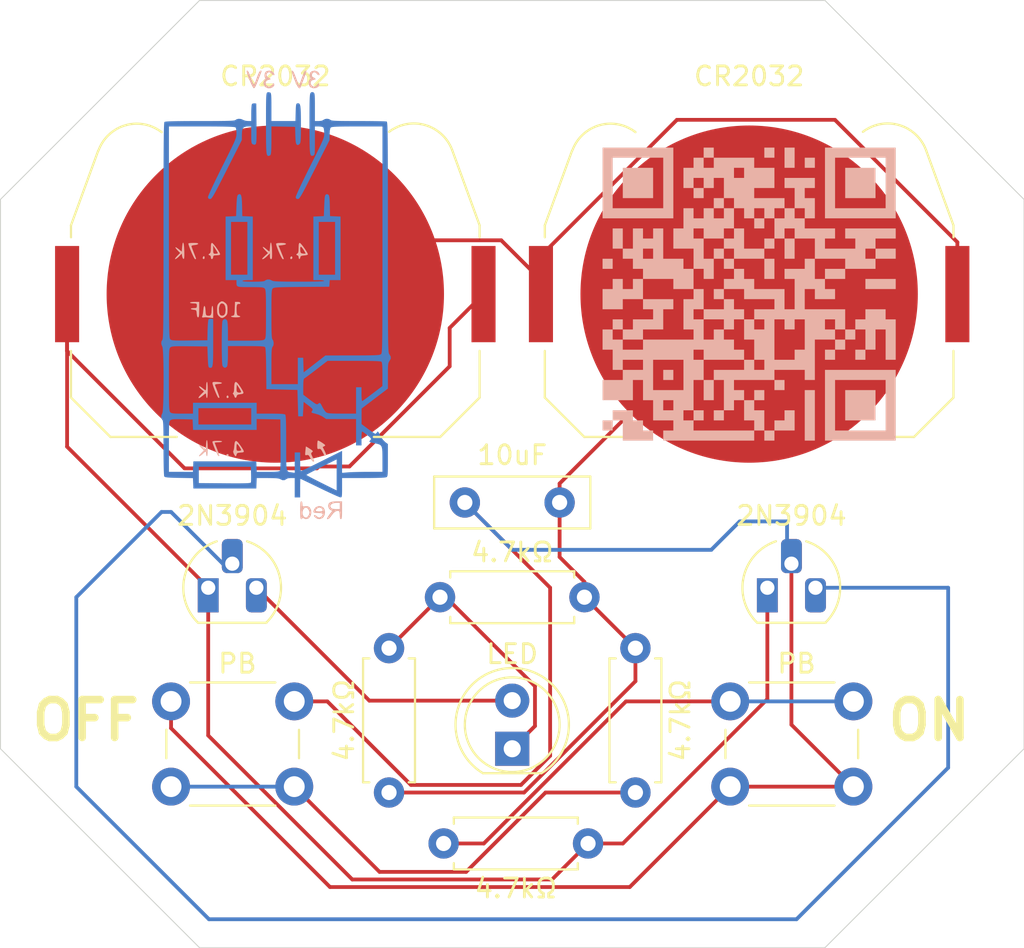
<source format=kicad_pcb>
(kicad_pcb (version 20240108) (generator "pcbnew") (generator_version "8.0")
  (layers (0 "F.Cu" signal) (31 "B.Cu" signal) (34 "B.Paste" user) (35 "F.Paste" user) (36 "B.SilkS" user "B.Silkscreen") (37 "F.SilkS" user "F.Silkscreen") (38 "B.Mask" user) (39 "F.Mask" user) (44 "Edge.Cuts" user))
  (net 0 "")
  (net 1 "Net-(BT1-+)")
  (net 2 "Net-(BT1--)")
  (net 3 "Net-(Q1-B)")
  (net 4 "Net-(D1-K)")
  (net 5 "Net-(D1-A)")
  (net 6 "Net-(Q1-E)")
  (net 7 "Net-(BT2--)")
  (net 8 "Net-(R3-Pad1)")
  (net 9 "Net-(R4-Pad1)")
  (footprint "Button_Switch_THT:SW_PUSH_6mm" (layer "F.Cu") (at 94.5 121.5)
    (property "Reference" "OFF" (at -4.5 1 0) (layer "F.SilkS") (effects (font (size 2 2) (thickness 0.4) (bold yes))))
    (property "Value" "SW_Push")
    (pad "1" thru_hole circle (at 0 0 90) (size 2 2) (drill 1.1) (layers "*.Cu" "*.Mask") (net 3 "Net-(Q1-B)"))
    (pad "1" thru_hole circle (at 6.5 0 90) (size 2 2) (drill 1.1) (layers "*.Cu" "*.Mask") (net 3 "Net-(Q1-B)"))
    (pad "2" thru_hole circle (at 0 4.5 90) (size 2 2) (drill 1.1) (layers "*.Cu" "*.Mask") (net 9 "Net-(R4-Pad1)"))
    (pad "2" thru_hole circle (at 6.5 4.5 90) (size 2 2) (drill 1.1) (layers "*.Cu" "*.Mask") (net 9 "Net-(R4-Pad1)"))
  )
  (footprint "Resistor_THT:R_Axial_DIN0207_L6.3mm_D2.5mm_P7.62mm_Horizontal" (layer "F.Cu") (at 119 126.31 90)
    (property "Reference" "R")
    (property "Value" "4.7kΩ" (at 3.81 2.37 90) (layer "F.SilkS"))
    (pad "1" thru_hole circle (at 0 0 90) (size 1.6 1.6) (drill 0.8) (layers "*.Cu" "*.Mask") (net 9 "Net-(R4-Pad1)"))
    (pad "2" thru_hole oval (at 7.62 0 90) (size 1.6 1.6) (drill 0.8) (layers "*.Cu" "*.Mask") (net 7 "Net-(BT2--)"))
  )
  (footprint "Package_TO_SOT_THT:TO-92L_HandSolder" (layer "F.Cu") (at 125.96 115.5)
    (property "Reference" "2N3904" (at 1.27 -3.8 0) (layer "F.SilkS"))
    (property "Value" "NPN")
    (pad "1" thru_hole rect (at 0 0) (size 1.1 1.8) (drill 0.75 (offset 0 0.4)) (layers "*.Cu" "*.Mask") (net 1 "Net-(BT1-+)"))
    (pad "2" thru_hole roundrect (at 1.27 -1.27) (size 1.1 1.8) (drill 0.75 (offset 0 -0.4)) (layers "*.Cu" "*.Mask") (net 3 "Net-(Q1-B)"))
    (pad "3" thru_hole roundrect (at 2.54 0) (size 1.1 1.8) (drill 0.75 (offset 0 0.4)) (layers "*.Cu" "*.Mask") (net 6 "Net-(Q1-E)"))
  )
  (footprint "Battery:BatteryHolder_Keystone_3034_1x20mm" (layer "F.Cu") (at 125 100 180)
    (property "Reference" "CR2032" (at 0 11.5 0) (layer "F.SilkS"))
    (property "Value" "Battery_Cell")
    (pad "1" smd rect (at -10.985 0 180) (size 1.27 5.08) (layers "F.Cu" "F.Paste" "F.Mask") (net 2 "Net-(BT1--)"))
    (pad "1" smd rect (at 10.985 0 180) (size 1.27 5.08) (layers "F.Cu" "F.Paste" "F.Mask") (net 2 "Net-(BT1--)"))
    (pad "2" smd circle (at 0 0 180) (size 17.8 17.8) (layers "F.Cu" "F.Mask") (net 7 "Net-(BT2--)"))
  )
  (footprint "LED_THT:LED_D5.0mm" (layer "F.Cu") (at 112.5 124 90)
    (property "Reference" "LED" (at 5 0 180) (layer "F.SilkS"))
    (property "Value" "LED")
    (pad "1" thru_hole rect (at 0 0 90) (size 1.8 1.8) (drill 0.9) (layers "*.Cu" "*.Mask") (net 4 "Net-(D1-K)"))
    (pad "2" thru_hole circle (at 2.54 0 90) (size 1.8 1.8) (drill 0.9) (layers "*.Cu" "*.Mask") (net 5 "Net-(D1-A)"))
  )
  (footprint "Resistor_THT:R_Axial_DIN0207_L6.3mm_D2.5mm_P7.62mm_Horizontal" (layer "F.Cu") (at 108.88 129)
    (property "Reference" "R\\")
    (property "Value" "4.7kΩ" (at 3.81 2.37 0) (layer "F.SilkS"))
    (pad "1" thru_hole circle (at 0 0) (size 1.6 1.6) (drill 0.8) (layers "*.Cu" "*.Mask") (net 8 "Net-(R3-Pad1)"))
    (pad "2" thru_hole oval (at 7.62 0) (size 1.6 1.6) (drill 0.8) (layers "*.Cu" "*.Mask") (net 1 "Net-(BT1-+)"))
  )
  (footprint "Resistor_THT:R_Axial_DIN0207_L6.3mm_D2.5mm_P7.62mm_Horizontal" (layer "F.Cu") (at 108.69 116)
    (property "Reference" "4.7kΩ" (at 3.81 -2.37 0) (layer "F.SilkS"))
    (property "Value" "R")
    (pad "1" thru_hole circle (at 0 0) (size 1.6 1.6) (drill 0.8) (layers "*.Cu" "*.Mask") (net 4 "Net-(D1-K)"))
    (pad "2" thru_hole oval (at 7.62 0) (size 1.6 1.6) (drill 0.8) (layers "*.Cu" "*.Mask") (net 7 "Net-(BT2--)"))
  )
  (footprint "Button_Switch_THT:SW_PUSH_6mm" (layer "F.Cu") (at 124 121.5)
    (property "Reference" "ON" (at 10.5 1 0) (layer "F.SilkS") (effects (font (size 2 2) (thickness 0.4) (bold yes))))
    (property "Value" "SW_Push")
    (pad "1" thru_hole circle (at 0 0 90) (size 2 2) (drill 1.1) (layers "*.Cu" "*.Mask") (net 8 "Net-(R3-Pad1)"))
    (pad "1" thru_hole circle (at 6.5 0 90) (size 2 2) (drill 1.1) (layers "*.Cu" "*.Mask") (net 8 "Net-(R3-Pad1)"))
    (pad "2" thru_hole circle (at 0 4.5 90) (size 2 2) (drill 1.1) (layers "*.Cu" "*.Mask") (net 3 "Net-(Q1-B)"))
    (pad "2" thru_hole circle (at 6.5 4.5 90) (size 2 2) (drill 1.1) (layers "*.Cu" "*.Mask") (net 3 "Net-(Q1-B)"))
  )
  (footprint "Package_TO_SOT_THT:TO-92L_HandSolder" (layer "F.Cu") (at 96.46 115.5)
    (property "Reference" "2N3904" (at 1.27 -3.8 0) (layer "F.SilkS"))
    (property "Value" "NPN")
    (pad "1" thru_hole rect (at 0 0) (size 1.1 1.8) (drill 0.75 (offset 0 0.4)) (layers "*.Cu" "*.Mask") (net 1 "Net-(BT1-+)"))
    (pad "2" thru_hole roundrect (at 1.27 -1.27) (size 1.1 1.8) (drill 0.75 (offset 0 -0.4)) (layers "*.Cu" "*.Mask") (net 6 "Net-(Q1-E)"))
    (pad "3" thru_hole roundrect (at 2.54 0) (size 1.1 1.8) (drill 0.75 (offset 0 0.4)) (layers "*.Cu" "*.Mask") (net 5 "Net-(D1-A)"))
  )
  (footprint "Capacitor_THT:C_Disc_D8.0mm_W2.5mm_P5.00mm" (layer "F.Cu") (at 110 111)
    (property "Reference" "10uF" (at 2.5 -2.5 0) (layer "F.SilkS"))
    (property "Value" "C")
    (pad "1" thru_hole circle (at 0 0) (size 1.6 1.6) (drill 0.8) (layers "*.Cu" "*.Mask") (net 3 "Net-(Q1-B)"))
    (pad "2" thru_hole circle (at 5 0) (size 1.6 1.6) (drill 0.8) (layers "*.Cu" "*.Mask") (net 7 "Net-(BT2--)"))
  )
  (footprint "Resistor_THT:R_Axial_DIN0207_L6.3mm_D2.5mm_P7.62mm_Horizontal" (layer "F.Cu") (at 106 118.69 -90)
    (property "Reference" "R")
    (property "Value" "4.7kΩ" (at 3.81 2.37 90) (layer "F.SilkS"))
    (pad "1" thru_hole circle (at 0 0 270) (size 1.6 1.6) (drill 0.8) (layers "*.Cu" "*.Mask") (net 4 "Net-(D1-K)"))
    (pad "2" thru_hole oval (at 7.62 0 270) (size 1.6 1.6) (drill 0.8) (layers "*.Cu" "*.Mask") (net 7 "Net-(BT2--)"))
  )
  (footprint "Battery:BatteryHolder_Keystone_3034_1x20mm" (layer "F.Cu") (at 100 100 180)
    (property "Reference" "BT1" (hide yes))
    (property "Value" "Battery_Cell")
    (pad "1" smd rect (at -10.985 0 180) (size 1.27 5.08) (layers "F.Cu" "F.Paste" "F.Mask"))
    (pad "1" smd rect (at 10.985 0 180) (size 1.27 5.08) (layers "F.Cu" "F.Paste" "F.Mask"))
    (pad "2" smd circle (at 0 0 180) (size 17.8 17.8) (layers "F.Cu" "F.Mask"))
  )
  (footprint "LOGO" (layer "B.Cu") (at 125 100 180)
    (property "Reference" "G***" (hide yes))
    (property "Value" "LOGO" (hide yes))
  )
  (footprint "LOGO" (layer "B.Cu") (at 100 100 180)
    (property "Reference" "G***" (hide yes))
    (property "Value" "LOGO" (hide yes))
    (fp_poly (pts (xy 0.418862 10.646698) (xy 0.437244 10.632371) (xy 0.452254 10.605868) (xy 0.464229 10.559505) (xy 0.47351 10.485597) (xy 0.480436 10.376457) (xy 0.485345 10.224401) (xy 0.488578 10.021743) (xy 0.490474 9.760798) (xy 0.491372 9.433881) (xy 0.491612 9.033306) (xy 0.491613 8.999172) (xy 0.491313 8.580225) (xy 0.490005 8.235918) (xy 0.487075 7.95896) (xy 0.481912 7.742055) (xy 0.473903 7.577911) (xy 0.462434 7.459233) (xy 0.446893 7.378729) (xy 0.426668 7.329104) (xy 0.401146 7.303066) (xy 0.369714 7.29332) (xy 0.348226 7.292258) (xy 0.282102 7.318533) (xy 0.254 7.34142) (xy 0.234035 7.393716) (xy 0.219521 7.50861) (xy 0.210117 7.691522) (xy 0.205481 7.947877) (xy 0.204839 8.120874) (xy 0.204839 8.851167) (xy -0.419919 8.839858) (xy -1.044677 8.828549) (xy -1.056394 8.37941) (xy -1.065317 8.161882) (xy -1.08091 8.014019) (xy -1.106481 7.923617) (xy -1.145334 7.878475) (xy -1.19538 7.866434) (xy -1.24327 7.891636) (xy -1.287557 7.930185) (xy -1.308306 7.961145) (xy -1.324174 8.013875) (xy -1.335778 8.098332) (xy -1.343738 8.224475) (xy -1.348672 8.402262) (xy -1.351198 8.641651) (xy -1.351934 8.9526) (xy -1.351935 8.967032) (xy -1.350867 9.303422) (xy -1.346709 9.566339) (xy -1.338032 9.764229) (xy -1.323405 9.905537) (xy -1.301398 9.998709) (xy -1.270581 10.05219) (xy -1.229524 10.074427) (xy -1.176797 10.073864) (xy -1.164873 10.071787) (xy -1.130145 10.058155) (xy -1.106587 10.02347) (xy -1.091449 9.953339) (xy -1.081983 9.833369) (xy -1.075441 9.649169) (xy -1.074061 9.596203) (xy -1.062478 9.135807) (xy -0.428819 9.135807) (xy 0.204839 9.135807) (xy 0.204839 9.87119) (xy 0.205582 10.136329) (xy 0.208514 10.331106) (xy 0.214689 10.467087) (xy 0.225162 10.555837) (xy 0.240986 10.608921) (xy 0.263216 10.637906) (xy 0.275474 10.646104) (xy 0.379612 10.661432)) (fill solid) (layer "B.Cu"))
    (fp_poly (pts (xy -1.866877 10.628122) (xy -1.850255 10.603289) (xy -1.836715 10.560164) (xy -1.825951 10.491009) (xy -1.817659 10.38809) (xy -1.811533 10.243671) (xy -1.807269 10.050018) (xy -1.804561 9.799394) (xy -1.803105 9.484064) (xy -1.802596 9.096293) (xy -1.80258 8.997323) (xy -1.802911 8.573393) (xy -1.804444 8.224452) (xy -1.807995 7.943555) (xy -1.814377 7.723756) (xy -1.824404 7.558112) (xy -1.838891 7.439676) (xy -1.858651 7.361503) (xy -1.884499 7.316648) (xy -1.917248 7.298166) (xy -1.957713 7.299112) (xy -2.000299 7.310482) (xy -2.031631 7.323163) (xy -2.054592 7.346007) (xy -2.070483 7.390453) (xy -2.080603 7.467937) (xy -2.086253 7.589896) (xy -2.088733 7.767765) (xy -2.089342 8.012983) (xy -2.089355 8.09389) (xy -2.089355 8.849032) (xy -2.286 8.849032) (xy -2.412579 8.83934) (xy -2.507557 8.814798) (xy -2.531806 8.799871) (xy -2.558612 8.73326) (xy -2.576241 8.610657) (xy -2.580968 8.492398) (xy -2.580041 8.427024) (xy -2.575061 8.364917) (xy -2.562733 8.298365) (xy -2.539758 8.219652) (xy -2.50284 8.121068) (xy -2.44868 7.994899) (xy -2.373983 7.833433) (xy -2.27545 7.628955) (xy -2.149785 7.373754) (xy -1.99369 7.060116) (xy -1.820784 6.714151) (xy -1.642606 6.355205) (xy -1.483087 6.028495) (xy -1.345304 5.740635) (xy -1.232333 5.498242) (xy -1.14725 5.307929) (xy -1.093131 5.176312) (xy -1.073053 5.110007) (xy -1.073123 5.106383) (xy -1.110221 5.036096) (xy -1.188064 5.018549) (xy -1.215519 5.023403) (xy -1.245632 5.042231) (xy -1.282056 5.081434) (xy -1.328446 5.147412) (xy -1.388457 5.246563) (xy -1.465744 5.385289) (xy -1.563961 5.569988) (xy -1.686762 5.807061) (xy -1.837802 6.102908) (xy -2.020736 6.463928) (xy -2.077038 6.575323) (xy -2.863593 8.132097) (xy -2.865667 8.432039) (xy -2.875796 8.631122) (xy -2.903326 8.75392) (xy -2.926267 8.790507) (xy -2.955147 8.807023) (xy -3.01056 8.820239) (xy -3.100497 8.83049) (xy -3.232949 8.838112) (xy -3.415909 8.843442) (xy -3.657368 8.846814) (xy -3.965317 8.848565) (xy -4.31917 8.849032) (xy -5.653548 8.849032) (xy -5.653548 2.874092) (xy -5.653518 2.056511) (xy -5.653394 1.316913) (xy -5.653127 0.651343) (xy -5.652669 0.055847) (xy -5.65197 -0.473527) (xy -5.650981 -0.940734) (xy -5.649653 -1.349727) (xy -5.647938 -1.70446) (xy -5.645786 -2.008886) (xy -5.643149 -2.266959) (xy -5.639976 -2.482633) (xy -5.63622 -2.659861) (xy -5.631831 -2.802596) (xy -5.62676 -2.914793) (xy -5.620958 -3.000404) (xy -5.614377 -3.063385) (xy -5.606966 -3.107687) (xy -5.598678 -3.137265) (xy -5.589463 -3.156072) (xy -5.579272 -3.168062) (xy -5.578629 -3.16865) (xy -5.551327 -3.186868) (xy -5.508329 -3.201569) (xy -5.441351 -3.213136) (xy -5.342113 -3.22195) (xy -5.202332 -3.228394) (xy -5.013726 -3.23285) (xy -4.768013 -3.2357) (xy -4.456913 -3.237326) (xy -4.073064 -3.238109) (xy -2.642419 -3.239767) (xy -2.068871 -3.686037) (xy -1.495322 -4.132307) (xy -1.483597 -3.745831) (xy -1.471872 -3.359355) (xy -1.329968 -3.359355) (xy -1.188064 -3.359355) (xy -1.188064 -4.055806) (xy -1.188064 -4.752258) (xy -0.491613 -4.752258) (xy 0.204839 -4.752258) (xy 0.204839 -3.794532) (xy 0.204095 -3.481808) (xy 0.201468 -3.24131) (xy 0.196369 -3.063343) (xy 0.188206 -2.938206) (xy 0.176388 -2.856204) (xy 0.160325 -2.807637) (xy 0.143387 -2.785806) (xy 0.096676 -2.702006) (xy 0.084217 -2.582147) (xy 0.106009 -2.464603) (xy 0.143387 -2.402465) (xy 0.160887 -2.374454) (xy 0.174815 -2.323645) (xy 0.185556 -2.241636) (xy 0.193491 -2.120026) (xy 0.199004 -1.950414) (xy 0.202478 -1.724398) (xy 0.204295 -1.433578) (xy 0.204838 -1.069552) (xy 0.204839 -1.053953) (xy 0.20455 -0.693513) (xy 0.203359 -0.406163) (xy 0.200781 -0.183058) (xy 0.19633 -0.015353) (xy 0.189522 0.105796) (xy 0.179869 0.189234) (xy 0.166888 0.243806) (xy 0.150093 0.278355) (xy 0.130508 0.300376) (xy 0.102895 0.318413) (xy 0.058439 0.333137) (xy -0.011034 0.344965) (xy -0.113696 0.354316) (xy -0.25772 0.361606) (xy -0.451281 0.367256) (xy -0.702549 0.371681) (xy -1.0197 0.375301) (xy -1.39554 0.378419) (xy -2.847258 0.389194) (xy -2.859855 0.563307) (xy -2.872453 0.73742) (xy -3.156872 0.73742) (xy -3.44129 0.73742) (xy -3.44129 2.415225) (xy -3.44129 2.417097) (xy -3.154516 2.417097) (xy -3.154516 1.024194) (xy -2.724355 1.024194) (xy -2.294193 1.024194) (xy -2.294193 2.417097) (xy -2.294193 3.81) (xy -2.724355 3.81) (xy -3.154516 3.81) (xy -3.154516 2.417097) (xy -3.44129 2.417097) (xy -3.44129 4.093031) (xy -3.164758 4.105145) (xy -2.888226 4.117258) (xy -2.876823 4.656028) (xy -2.869944 4.888412) (xy -2.859707 5.051649) (xy -2.84449 5.158506) (xy -2.822672 5.221755) (xy -2.801695 5.247685) (xy -2.722906 5.278413) (xy -2.669711 5.257637) (xy -2.640764 5.226484) (xy -2.619432 5.166353) (xy -2.603758 5.064196) (xy -2.591785 4.906965) (xy -2.581556 4.681613) (xy -2.580968 4.66598) (xy -2.560484 4.117258) (xy -2.283951 4.105145) (xy -2.007419 4.093031) (xy -2.007419 2.415225) (xy -2.007419 0.73742) (xy -2.294193 0.73742) (xy -2.441302 0.732006) (xy -2.542952 0.717498) (xy -2.580967 0.696492) (xy -2.580968 0.696452) (xy -2.540402 0.684046) (xy -2.420259 0.67387) (xy -2.222866 0.665994) (xy -1.950552 0.660486) (xy -1.605646 0.657415) (xy -1.239274 0.656787) (xy -0.860952 0.657688) (xy -0.556363 0.659816) (xy -0.317308 0.663524) (xy -0.13559 0.669168) (xy -0.003011 0.677102) (xy 0.088628 0.687681) (xy 0.147525 0.701259) (xy 0.181878 0.71819) (xy 0.181943 0.718239) (xy 0.295223 0.768093) (xy 0.419192 0.772474) (xy 0.518133 0.731516) (xy 0.532581 0.716936) (xy 0.568824 0.691836) (xy 0.637127 0.674313) (xy 0.749748 0.663197) (xy 0.918946 0.657313) (xy 1.15698 0.65549) (xy 1.175015 0.655484) (xy 1.429237 0.658183) (xy 1.61018 0.666143) (xy 1.714974 0.679155) (xy 1.741129 0.696452) (xy 1.689944 0.717596) (xy 1.581314 0.732392) (xy 1.451937 0.73742) (xy 1.188065 0.73742) (xy 1.188065 2.415225) (xy 1.188065 2.417097) (xy 1.474839 2.417097) (xy 1.474839 1.024194) (xy 1.905 1.024194) (xy 2.335161 1.024194) (xy 2.335161 2.417097) (xy 2.335161 3.81) (xy 1.905 3.81) (xy 1.474839 3.81) (xy 1.474839 2.417097) (xy 1.188065 2.417097) (xy 1.188065 4.093031) (xy 1.464597 4.105145) (xy 1.741129 4.117258) (xy 1.752652 4.647184) (xy 1.761729 4.905604) (xy 1.777861 5.090001) (xy 1.803839 5.208176) (xy 1.842454 5.267933) (xy 1.896496 5.277071) (xy 1.966452 5.244854) (xy 1.993524 5.209474) (xy 2.013989 5.134535) (xy 2.029487 5.008376) (xy 2.041655 4.819337) (xy 2.048387 4.661691) (xy 2.068871 4.117258) (xy 2.345403 4.105145) (xy 2.621936 4.093031) (xy 2.621936 2.415225) (xy 2.621936 0.73742) (xy 2.335161 0.73742) (xy 2.048387 0.73742) (xy 2.048387 0.617867) (xy 2.047275 0.529245) (xy 2.036498 0.464601) (xy 2.004897 0.420153) (xy 1.941315 0.392121) (xy 1.834591 0.376726) (xy 1.673567 0.370186) (xy 1.447084 0.368721) (xy 1.312934 0.36871) (xy 1.057403 0.367882) (xy 0.871165 0.364562) (xy 0.741588 0.357494) (xy 0.656041 0.345421) (xy 0.601891 0.327087) (xy 0.566505 0.301238) (xy 0.559414 0.293791) (xy 0.540186 0.264999) (xy 0.524923 0.219935) (xy 0.51318 0.149763) (xy 0.504511 0.045646) (xy 0.498472 -0.101254) (xy 0.494618 -0.299773) (xy 0.492502 -0.558748) (xy 0.49168 -0.887017) (xy 0.491613 -1.051795) (xy 0.491901 -1.40959) (xy 0.493097 -1.694366) (xy 0.495701 -1.915042) (xy 0.500211 -2.080533) (xy 0.507127 -2.199756) (xy 0.516947 -2.281629) (xy 0.530172 -2.335068) (xy 0.547299 -2.368989) (xy 0.566532 -2.390263) (xy 0.600107 -2.412479) (xy 0.65229 -2.429335) (xy 0.733583 -2.441542) (xy 0.854486 -2.44981) (xy 1.025499 -2.454846) (xy 1.257122 -2.457361) (xy 1.559855 -2.458064) (xy 1.570242 -2.458064) (xy 2.499032 -2.458064) (xy 2.499032 -1.963758) (xy 2.502438 -1.763847) (xy 2.511702 -1.588534) (xy 2.525393 -1.457162) (xy 2.541442 -1.39021) (xy 2.613148 -1.321199) (xy 2.698895 -1.320138) (xy 2.771504 -1.384166) (xy 2.786821 -1.416054) (xy 2.798826 -1.48918) (xy 2.808644 -1.630535) (xy 2.816274 -1.826442) (xy 2.821717 -2.063222) (xy 2.824973 -2.327199) (xy 2.826041 -2.604694) (xy 2.824922 -2.882031) (xy 2.821616 -3.145532) (xy 2.816122 -3.38152) (xy 2.808441 -3.576316) (xy 2.798572 -3.716244) (xy 2.786821 -3.786849) (xy 2.723579 -3.870073) (xy 2.638948 -3.889079) (xy 2.560105 -3.841002) (xy 2.541442 -3.812693) (xy 2.524836 -3.741971) (xy 2.51128 -3.608669) (xy 2.502204 -3.432128) (xy 2.499032 -3.239145) (xy 2.499032 -2.744839) (xy 1.541307 -2.744839) (xy 1.22005 -2.745845) (xy 0.972142 -2.749176) (xy 0.789016 -2.755297) (xy 0.662109 -2.764674) (xy 0.582852 -2.777773) (xy 0.542682 -2.79506) (xy 0.538291 -2.79941) (xy 0.521847 -2.86154) (xy 0.507981 -3.004575) (xy 0.496743 -3.22752) (xy 0.488182 -3.529385) (xy 0.482346 -3.909175) (xy 0.482065 -3.936265) (xy 0.471129 -5.018548) (xy -0.348226 -5.039032) (xy -1.16758 -5.059516) (xy -1.188064 -5.755968) (xy -1.208548 -6.452419) (xy -1.331451 -6.452419) (xy -1.454355 -6.452419) (xy -1.474839 -6.07004) (xy -1.495322 -5.687661) (xy -1.748283 -5.881597) (xy -1.874396 -5.980246) (xy -1.945 -6.045207) (xy -1.970311 -6.091719) (xy -1.960542 -6.135022) (xy -1.94045 -6.168317) (xy -1.910299 -6.221043) (xy -1.91634 -6.254157) (xy -1.972642 -6.279497) (xy -2.093273 -6.308899) (xy -2.11272 -6.313258) (xy -2.279318 -6.364838) (xy -2.443611 -6.438025) (xy -2.514586 -6.479865) (xy -2.683387 -6.594315) (xy -3.472016 -6.595061) (xy -4.260645 -6.595806) (xy -4.260645 -7.292258) (xy -4.260645 -7.988709) (xy -4.404032 -7.988709) (xy -4.547419 -7.988709) (xy -4.547419 -7.62) (xy -4.550578 -7.457674) (xy -4.55904 -7.331875) (xy -4.571282 -7.260861) (xy -4.578145 -7.251595) (xy -4.622971 -7.275555) (xy -4.712904 -7.338513) (xy -4.829649 -7.427563) (xy -4.846383 -7.440814) (xy -4.966763 -7.53924) (xy -5.03135 -7.603167) (xy -5.049953 -7.647187) (xy -5.032381 -7.68589) (xy -5.020496 -7.699783) (xy -4.97069 -7.763208) (xy -4.957097 -7.791741) (xy -4.993783 -7.810675) (xy -5.0896 -7.83862) (xy -5.213145 -7.867197) (xy -5.366726 -7.900342) (xy -5.479414 -7.934282) (xy -5.557564 -7.981297) (xy -5.607529 -8.05367) (xy -5.635665 -8.163681) (xy -5.648327 -8.323612) (xy -5.651867 -8.545744) (xy -5.652261 -8.715887) (xy -5.653548 -9.381613) (xy -4.926371 -9.381858) (xy -4.660197 -9.383502) (xy -4.394315 -9.387885) (xy -4.151182 -9.394447) (xy -3.953254 -9.402628) (xy -3.86121 -9.408414) (xy -3.523226 -9.434725) (xy -3.523226 -8.854952) (xy -3.523226 -8.27518) (xy -2.458368 -8.807913) (xy -2.185258 -8.943859) (xy -1.935236 -9.067004) (xy -1.717849 -9.172747) (xy -1.542649 -9.256489) (xy -1.419185 -9.31363) (xy -1.357006 -9.339572) (xy -1.352239 -9.340645) (xy -1.333935 -9.301181) (xy -1.320514 -9.18859) (xy -1.312705 -9.011579) (xy -1.310968 -8.849032) (xy -1.310968 -8.357419) (xy -1.16758 -8.357419) (xy -1.024193 -8.357419) (xy -1.024193 -8.895394) (xy -1.024193 -9.433369) (xy -0.858716 -9.411174) (xy -0.78511 -9.401928) (xy -0.72537 -9.390654) (xy -0.678053 -9.369443) (xy -0.641715 -9.330387) (xy -0.614913 -9.265578) (xy -0.596204 -9.167107) (xy -0.584145 -9.027066) (xy -0.577293 -8.837546) (xy -0.574204 -8.590641) (xy -0.573613 -8.350421) (xy -0.279392 -8.350421) (xy -0.278867 -8.680569) (xy -0.275418 -8.937763) (xy -0.268928 -9.126474) (xy -0.259282 -9.25117) (xy -0.246365 -9.31632) (xy -0.241365 -9.325513) (xy -0.200727 -9.349131) (xy -0.117356 -9.365582) (xy 0.019447 -9.375812) (xy 0.220379 -9.38077) (xy 0.392338 -9.381613) (xy 0.979482 -9.381613) (xy 0.991596 -9.10508) (xy 1.00371 -8.828548) (xy 2.662903 -8.828548) (xy 4.322097 -8.828548) (xy 4.334211 -9.10508) (xy 4.346324 -9.381613) (xy 4.979453 -9.381613) (xy 5.612581 -9.381613) (xy 5.612581 -8.056511) (xy 5.612327 -7.690744) (xy 5.611249 -7.398179) (xy 5.608867 -7.170081) (xy 5.604704 -6.997718) (xy 5.598283 -6.872355) (xy 5.589125 -6.785259) (xy 5.576752 -6.727697) (xy 5.560687 -6.690936) (xy 5.540453 -6.666241) (xy 5.536304 -6.662379) (xy 5.493728 -6.633992) (xy 5.430727 -6.615252) (xy 5.332831 -6.604824) (xy 5.185572 -6.601377) (xy 4.974479 -6.603575) (xy 4.911546 -6.60482) (xy 4.363065 -6.61629) (xy 4.350951 -6.892822) (xy 4.338837 -7.169355) (xy 2.661032 -7.169355) (xy 0.983226 -7.169355) (xy 0.983226 -6.881513) (xy 0.983226 -6.593672) (xy 0.358468 -6.604981) (xy -0.26629 -6.61629) (xy -0.277107 -7.942852) (xy -0.279392 -8.350421) (xy -0.573613 -8.350421) (xy -0.573436 -8.278441) (xy -0.573545 -7.893038) (xy -0.573548 -7.8485) (xy -0.572746 -7.434791) (xy -0.570214 -7.097399) (xy -0.565769 -6.830719) (xy -0.559226 -6.629146) (xy -0.550399 -6.487074) (xy -0.54596 -6.452419) (xy 1.27 -6.452419) (xy 1.27 -6.88258) (xy 2.662903 -6.88258) (xy 4.055807 -6.88258) (xy 4.055807 -6.452419) (xy 4.055807 -6.022258) (xy 2.662903 -6.022258) (xy 1.27 -6.022258) (xy 1.27 -6.452419) (xy -0.54596 -6.452419) (xy -0.539104 -6.3989) (xy -0.525156 -6.359019) (xy -0.524387 -6.358193) (xy -0.472043 -6.338212) (xy -0.357054 -6.323691) (xy -0.174003 -6.314289) (xy 0.082526 -6.309664) (xy 0.254 -6.309032) (xy 0.983226 -6.309032) (xy 0.983226 -6.022258) (xy 0.983226 -5.735484) (xy 2.662903 -5.735484) (xy 4.342581 -5.735484) (xy 4.342581 -6.022258) (xy 4.342581 -6.309032) (xy 4.90978 -6.309032) (xy 5.140441 -6.307855) (xy 5.303311 -6.303212) (xy 5.412512 -6.293437) (xy 5.48217 -6.276864) (xy 5.526409 -6.251827) (xy 5.54478 -6.234113) (xy 5.561875 -6.208547) (xy 5.575865 -6.16815) (xy 5.587055 -6.105222) (xy 5.595749 -6.012063) (xy 5.602253 -5.880973) (xy 5.60687 -5.704251) (xy 5.609905 -5.474197) (xy 5.611662 -5.183111) (xy 5.612447 -4.823294) (xy 5.612581 -4.519817) (xy 5.612397 -4.109114) (xy 5.611615 -3.772572) (xy 5.60989 -3.502418) (xy 5.606877 -3.290877) (xy 5.602232 -3.130177) (xy 5.595609 -3.012544) (xy 5.586663 -2.930204) (xy 5.575049 -2.875382) (xy 5.560423 -2.840307) (xy 5.54244 -2.817203) (xy 5.536794 -2.811855) (xy 5.504315 -2.78967) (xy 5.455519 -2.773095) (xy 5.379867 -2.761533) (xy 5.266819 -2.754384) (xy 5.105834 -2.751051) (xy 4.886374 -2.750935) (xy 4.597898 -2.753438) (xy 4.522843 -2.754296) (xy 3.584678 -2.765322) (xy 3.564194 -3.317916) (xy 3.554801 -3.542332) (xy 3.544711 -3.697714) (xy 3.531781 -3.796951) (xy 3.513871 -3.852934) (xy 3.488839 -3.87855) (xy 3.470048 -3.884605) (xy 3.417758 -3.891739) (xy 3.375894 -3.885681) (xy 3.343299 -3.858475) (xy 3.318814 -3.802164) (xy 3.301284 -3.708793) (xy 3.28955 -3.570403) (xy 3.282456 -3.37904) (xy 3.278844 -3.126746) (xy 3.277557 -2.805566) (xy 3.27742 -2.560243) (xy 3.27742 -1.320519) (xy 3.379579 -1.30099) (xy 3.471993 -1.303264) (xy 3.521685 -1.329595) (xy 3.537574 -1.386904) (xy 3.552353 -1.508995) (xy 3.564495 -1.678717) (xy 3.572474 -1.878919) (xy 3.573155 -1.907654) (xy 3.584678 -2.43758) (xy 4.522843 -2.448607) (xy 4.828202 -2.451614) (xy 5.062188 -2.452136) (xy 5.235339 -2.449574) (xy 5.358197 -2.443331) (xy 5.4413 -2.432808) (xy 5.495189 -2.417407) (xy 5.530403 -2.396529) (xy 5.536794 -2.391048) (xy 5.5475 -2.379078) (xy 5.557148 -2.360806) (xy 5.565793 -2.332137) (xy 5.573492 -2.288976) (xy 5.580297 -2.227228) (xy 5.586265 -2.142798) (xy 5.591449 -2.031592) (xy 5.595906 -1.889516) (xy 5.59969 -1.712473) (xy 5.602855 -1.49637) (xy 5.605457 -1.237112) (xy 5.60755 -0.930604) (xy 5.60919 -0.572751) (xy 5.610431 -0.159458) (xy 5.611328 0.313369) (xy 5.611936 0.849825) (xy 5.61231 1.454004) (xy 5.612505 2.130003) (xy 5.612575 2.881914) (xy 5.612581 3.263285) (xy 5.612581 8.849032) (xy 3.879645 8.849032) (xy 3.425389 8.848401) (xy 3.047777 8.846408) (xy 2.741529 8.842909) (xy 2.501362 8.837757) (xy 2.321996 8.830808) (xy 2.198148 8.821914) (xy 2.124538 8.810932) (xy 2.097549 8.799871) (xy 2.070743 8.73326) (xy 2.053114 8.610657) (xy 2.048387 8.492398) (xy 2.049314 8.427024) (xy 2.054293 8.364917) (xy 2.066622 8.298365) (xy 2.089597 8.219652) (xy 2.126515 8.121068) (xy 2.180675 7.994899) (xy 2.255372 7.833433) (xy 2.353905 7.628955) (xy 2.47957 7.373754) (xy 2.635665 7.060116) (xy 2.808571 6.714151) (xy 2.986749 6.355205) (xy 3.146267 6.028495) (xy 3.284051 5.740635) (xy 3.397022 5.498242) (xy 3.482105 5.307929) (xy 3.536224 5.176312) (xy 3.556302 5.110007) (xy 3.556232 5.106383) (xy 3.519134 5.036096) (xy 3.44129 5.018549) (xy 3.413836 5.023403) (xy 3.383723 5.042231) (xy 3.347299 5.081434) (xy 3.300909 5.147412) (xy 3.240898 5.246563) (xy 3.163611 5.385289) (xy 3.065394 5.569988) (xy 2.942593 5.807061) (xy 2.791553 6.102908) (xy 2.608619 6.463928) (xy 2.552317 6.575323) (xy 1.765762 8.132097) (xy 1.763688 8.422764) (xy 1.751996 8.617155) (xy 1.713843 8.744037) (xy 1.639632 8.816078) (xy 1.51977 8.84595) (xy 1.440887 8.849032) (xy 1.27 8.849032) (xy 1.27 8.399829) (xy 1.268776 8.201062) (xy 1.263311 8.068478) (xy 1.250913 7.98634) (xy 1.22889 7.938912) (xy 1.194553 7.910454) (xy 1.185446 7.905373) (xy 1.098261 7.881663) (xy 1.041378 7.909512) (xy 1.022877 7.936553) (xy 1.00888 7.989119) (xy 0.998981 8.076387) (xy 0.992775 8.207536) (xy 0.989857 8.391742) (xy 0.989819 8.638183) (xy 0.992256 8.956035) (xy 0.992788 9.008242) (xy 1.00371 10.057581) (xy 1.101496 10.071407) (xy 1.190435 10.06174) (xy 1.234014 10.030439) (xy 1.248683 9.968188) (xy 1.26042 9.844249) (xy 1.267718 9.678861) (xy 1.269373 9.555726) (xy 1.27 9.135807) (xy 1.444113 9.13711) (xy 1.573566 9.151855) (xy 1.679038 9.186882) (xy 1.69775 9.198561) (xy 1.805829 9.245428) (xy 1.933752 9.255784) (xy 2.045502 9.229751) (xy 2.089355 9.197258) (xy 2.110678 9.182427) (xy 2.152445 9.170133) (xy 2.221628 9.160149) (xy 2.325199 9.152248) (xy 2.470132 9.146201) (xy 2.663398 9.141781) (xy 2.91197 9.13876) (xy 3.22282 9.136911) (xy 3.602921 9.136005) (xy 3.970694 9.135807) (xy 4.437808 9.135217) (xy 4.828174 9.133358) (xy 5.14697 9.130094) (xy 5.399376 9.125289) (xy 5.590572 9.118809) (xy 5.725735 9.110517) (xy 5.810046 9.100278) (xy 5.848683 9.087956) (xy 5.850194 9.086645) (xy 5.857428 9.061119) (xy 5.863981 8.997609) (xy 5.869878 8.89296) (xy 5.875147 8.74402) (xy 5.879815 8.547635) (xy 5.883909 8.300651) (xy 5.887455 7.999916) (xy 5.890481 7.642277) (xy 5.893013 7.224578) (xy 5.895079 6.743669) (xy 5.896705 6.196394) (xy 5.897919 5.5796) (xy 5.898747 4.890135) (xy 5.899217 4.124845) (xy 5.899355 3.335694) (xy 5.899432 2.530419) (xy 5.89969 1.803163) (xy 5.900171 1.150009) (xy 5.900917 0.567041) (xy 5.90197 0.050341) (xy 5.903371 -0.404006) (xy 5.905163 -0.799918) (xy 5.907387 -1.141311) (xy 5.910086 -1.432101) (xy 5.9133 -1.676205) (xy 5.917072 -1.877541) (xy 5.921444 -2.040024) (xy 5.926457 -2.167571) (xy 5.932154 -2.264099) (xy 5.938576 -2.333524) (xy 5.945764 -2.379763) (xy 5.953762 -2.406733) (xy 5.960807 -2.417097) (xy 6.011412 -2.506086) (xy 6.016706 -2.627715) (xy 5.976556 -2.746268) (xy 5.96211 -2.767734) (xy 5.945573 -2.830293) (xy 5.931361 -2.963992) (xy 5.919476 -3.158069) (xy 5.909916 -3.401762) (xy 5.902683 -3.684308) (xy 5.897775 -3.994946) (xy 5.895193 -4.322912) (xy 5.894937 -4.657445) (xy 5.897006 -4.987782) (xy 5.901402 -5.303162) (xy 5.908123 -5.592821) (xy 5.91717 -5.845998) (xy 5.928543 -6.05193) (xy 5.942242 -6.199856) (xy 5.958266 -6.279012) (xy 5.96211 -6.286136) (xy 6.011963 -6.399417) (xy 6.016345 -6.523385) (xy 5.975387 -6.622327) (xy 5.960807 -6.636774) (xy 5.944216 -6.660335) (xy 5.930814 -6.705907) (xy 5.920272 -6.781369) (xy 5.912263 -6.894603) (xy 5.906457 -7.053489) (xy 5.902526 -7.265908) (xy 5.900143 -7.53974) (xy 5.898979 -7.882867) (xy 5.898728 -8.126871) (xy 5.897484 -8.490061) (xy 5.894225 -8.81731) (xy 5.889167 -9.100417) (xy 5.882526 -9.331178) (xy 5.874516 -9.50139) (xy 5.865353 -9.602849) (xy 5.859325 -9.627419) (xy 5.831135 -9.650298) (xy 5.772204 -9.667687) (xy 5.671838 -9.680611) (xy 5.519343 -9.690091) (xy 5.304026 -9.697153) (xy 5.083378 -9.701679) (xy 4.346207 -9.714486) (xy 4.334152 -9.988453) (xy 4.322097 -10.262419) (xy 2.662903 -10.262419) (xy 1.00371 -10.262419) (xy 0.991596 -9.985887) (xy 0.979482 -9.709355) (xy 0.397564 -9.710658) (xy 0.147305 -9.713348) (xy -0.033177 -9.720871) (xy -0.155957 -9.734349) (xy -0.233108 -9.754903) (xy -0.263878 -9.772109) (xy -0.382117 -9.825007) (xy -0.4992 -9.819651) (xy -0.573548 -9.770806) (xy -0.657041 -9.726954) (xy -0.805634 -9.709518) (xy -0.824371 -9.709355) (xy -1.024193 -9.709355) (xy -1.024193 -10.221451) (xy -1.024193 -10.733548) (xy -1.16758 -10.733548) (xy -1.310968 -10.733548) (xy -1.310968 -10.241935) (xy -1.31207 -10.052145) (xy -1.315074 -9.896395) (xy -1.319523 -9.790519) (xy -1.324963 -9.750348) (xy -1.325107 -9.750322) (xy -1.364171 -9.767513) (xy -1.467297 -9.81602) (xy -1.624904 -9.891251) (xy -1.827406 -9.988611) (xy -2.065222 -10.103505) (xy -2.328768 -10.23134) (xy -2.350568 -10.241935) (xy -2.619621 -10.371338) (xy -2.867635 -10.487987) (xy -3.084222 -10.587206) (xy -3.258992 -10.664318) (xy -3.381557 -10.714647) (xy -3.441528 -10.733514) (xy -3.442557 -10.733548) (xy -3.476048 -10.728615) (xy -3.498727 -10.704952) (xy -3.512688 -10.649266) (xy -3.520025 -10.548262) (xy -3.522833 -10.388647) (xy -3.523226 -10.221451) (xy -3.523226 -9.709355) (xy -4.652532 -9.709355) (xy -5.010634 -9.707781) (xy -5.314478 -9.703206) (xy -5.557894 -9.695845) (xy -5.734711 -9.685916) (xy -5.838758 -9.673634) (xy -5.86108 -9.666945) (xy -5.887601 -9.648203) (xy -5.907452 -9.617036) (xy -5.921595 -9.562586) (xy -5.923408 -9.545484) (xy -3.236451 -9.545484) (xy -3.236451 -10.364568) (xy -2.43758 -9.965755) (xy -2.204209 -9.848312) (xy -1.997715 -9.742596) (xy -1.870205 -9.675896) (xy 1.275549 -9.675896) (xy 1.277228 -9.822193) (xy 1.283201 -9.918957) (xy 1.287778 -9.942399) (xy 1.307172 -9.957642) (xy 1.357295 -9.969616) (xy 1.445577 -9.978558) (xy 1.57945 -9.984704) (xy 1.766345 -9.988291) (xy 2.013693 -9.989554) (xy 2.328924 -9.988732) (xy 2.672072 -9.98644) (xy 4.035323 -9.975645) (xy 4.035323 -9.545484) (xy 4.035323 -9.115322) (xy 2.662903 -9.115322) (xy 1.290484 -9.115322) (xy 1.27861 -9.501443) (xy 1.275549 -9.675896) (xy -1.870205 -9.675896) (xy -1.828649 -9.654158) (xy -1.70756 -9.588546) (xy -1.644997 -9.551311) (xy -1.63871 -9.545484) (xy -1.673693 -9.52175) (xy -1.771609 -9.467322) (xy -1.921911 -9.387747) (xy -2.114048 -9.288575) (xy -2.337471 -9.175357) (xy -2.43758 -9.125212) (xy -3.236451 -8.7264) (xy -3.236451 -9.545484) (xy -5.923408 -9.545484) (xy -5.930988 -9.473999) (xy -5.936592 -9.340415) (xy -5.939366 -9.15098) (xy -5.94027 -8.894835) (xy -5.940322 -8.770518) (xy -5.940322 -7.916499) (xy -5.796338 -7.806677) (xy -5.694322 -7.704995) (xy -5.592609 -7.566457) (xy -5.545603 -7.484314) (xy -5.475883 -7.347559) (xy -5.432079 -7.27364) (xy -5.403554 -7.25206) (xy -5.379669 -7.272327) (xy -5.361666 -7.302841) (xy -5.308994 -7.362023) (xy -5.27761 -7.374193) (xy -5.228228 -7.350885) (xy -5.129807 -7.287957) (xy -4.998133 -7.195903) (xy -4.892483 -7.118145) (xy -4.551481 -6.862097) (xy -4.552021 -6.452419) (xy -4.552561 -6.042742) (xy -5.246442 -5.514938) (xy -5.940322 -4.987134) (xy -5.940322 -4.312851) (xy -5.940603 -4.225014) (xy -5.651778 -4.225014) (xy -5.651744 -4.238113) (xy -5.649941 -4.854677) (xy -5.138146 -5.243871) (xy -4.960234 -5.378167) (xy -4.804036 -5.494197) (xy -4.681671 -5.583106) (xy -4.605256 -5.636036) (xy -4.586886 -5.64672) (xy -4.568159 -5.615118) (xy -4.554725 -5.514165) (xy -4.547958 -5.356352) (xy -4.547419 -5.288252) (xy -4.547419 -4.916129) (xy -4.404032 -4.916129) (xy -4.260645 -4.916129) (xy -4.260645 -5.61258) (xy -4.260645 -6.309032) (xy -3.512984 -6.308121) (xy -3.241573 -6.306881) (xy -3.039889 -6.303221) (xy -2.895736 -6.296093) (xy -2.796916 -6.284451) (xy -2.731231 -6.26725) (xy -2.686487 -6.243442) (xy -2.677257 -6.236428) (xy -2.610081 -6.160532) (xy -2.531258 -6.040858) (xy -2.48197 -5.950564) (xy -2.414525 -5.821194) (xy -2.366909 -5.7562) (xy -2.324594 -5.745573) (xy -2.273053 -5.779308) (xy -2.255699 -5.794697) (xy -2.220179 -5.815855) (xy -2.174004 -5.812332) (xy -2.104018 -5.777513) (xy -1.997065 -5.70478) (xy -1.839988 -5.587516) (xy -1.832554 -5.581864) (xy -1.474839 -5.309818) (xy -1.474839 -4.892034) (xy -1.478602 -4.679149) (xy -1.490485 -4.540281) (xy -1.511375 -4.467828) (xy -1.526048 -4.453896) (xy -1.573662 -4.423277) (xy -1.674562 -4.350695) (xy -1.817414 -4.244563) (xy -1.990884 -4.113292) (xy -2.166701 -3.978384) (xy -2.756143 -3.523226) (xy -4.155685 -3.523226) (xy -4.563337 -3.52406) (xy -4.89472 -3.526692) (xy -5.155486 -3.531312) (xy -5.351286 -3.538113) (xy -5.487771 -3.547287) (xy -5.570593 -3.559024) (xy -5.604387 -3.572387) (xy -5.626139 -3.629773) (xy -5.641064 -3.754524) (xy -5.649499 -3.951364) (xy -5.651778 -4.225014) (xy -5.940603 -4.225014) (xy -5.941132 -4.05965) (xy -5.944512 -3.874804) (xy -5.951892 -3.744738) (xy -5.9647 -3.655881) (xy -5.984365 -3.594657) (xy -6.012315 -3.547495) (xy -6.022258 -3.534404) (xy -6.092699 -3.409417) (xy -6.087859 -3.294244) (xy -6.022258 -3.184305) (xy -6.011153 -3.169114) (xy -6.0011 -3.150524) (xy -5.992046 -3.124586) (xy -5.983938 -3.087351) (xy -5.976726 -3.03487) (xy -5.970356 -2.963195) (xy -5.964776 -2.868375) (xy -5.959933 -2.746463) (xy -5.955776 -2.593508) (xy -5.952252 -2.405563) (xy -5.949309 -2.178677) (xy -5.946895 -1.908903) (xy -5.944957 -1.59229) (xy -5.943443 -1.22489) (xy -5.9423 -0.802755) (xy -5.941477 -0.321934) (xy -5.940921 0.221522) (xy -5.94058 0.83156) (xy -5.940402 1.51213) (xy -5.940333 2.267182) (xy -5.940322 3.002966) (xy -5.940265 3.832231) (xy -5.940065 4.583387) (xy -5.939683 5.260262) (xy -5.939077 5.866683) (xy -5.938207 6.406476) (xy -5.937033 6.88347) (xy -5.935513 7.301491) (xy -5.933608 7.664366) (xy -5.931276 7.975922) (xy -5.928478 8.239987) (xy -5.925172 8.460387) (xy -5.921317 8.64095) (xy -5.916874 8.785503) (xy -5.911802 8.897872) (xy -5.906059 8.981885) (xy -5.899606 9.041369) (xy -5.892402 9.080151) (xy -5.884405 9.102058) (xy -5.875577 9.110918) (xy -5.87552 9.11094) (xy -5.820518 9.116769) (xy -5.69345 9.122112) (xy -5.504188 9.126806) (xy -5.2626 9.130684) (xy -4.978558 9.133583) (xy -4.66193 9.135337) (xy -4.385214 9.135807) (xy -3.99845 9.136229) (xy -3.685697 9.137716) (xy -3.439032 9.140598) (xy -3.250533 9.145203) (xy -3.11228 9.151863) (xy -3.01635 9.160906) (xy -2.954821 9.172662) (xy -2.919772 9.187461) (xy -2.90871 9.197258) (xy -2.834089 9.240467) (xy -2.725611 9.258707) (xy -2.724355 9.25871) (xy -2.615764 9.240849) (xy -2.540485 9.197836) (xy -2.54 9.197258) (xy -2.456507 9.153406) (xy -2.307914 9.13597) (xy -2.289177 9.135807) (xy -2.089355 9.135807) (xy -2.089355 9.871785) (xy -2.088801 10.135056) (xy -2.086344 10.32817) (xy -2.080786 10.462903) (xy -2.07093 10.55103) (xy -2.05558 10.604328) (xy -2.03354 10.63457) (xy -2.010264 10.65009) (xy -1.927751 10.667966)) (fill solid) (layer "B.Cu"))
  )
  (gr_line (start 85.5 95) (end 96 84.5) (stroke (width 0.05)) (layer "Edge.Cuts"))
  (gr_line (start 139.5 95) (end 129 84.5) (stroke (width 0.05)) (layer "Edge.Cuts"))
  (gr_line (start 139.5 124) (end 129 134.5) (stroke (width 0.05)) (layer "Edge.Cuts"))
  (gr_line (start 129 134.5) (end 96 134.5) (stroke (width 0.05)) (layer "Edge.Cuts"))
  (gr_line (start 85.5 124) (end 85.5 95) (stroke (width 0.05)) (layer "Edge.Cuts"))
  (gr_line (start 139.5 95) (end 139.5 124) (stroke (width 0.05)) (layer "Edge.Cuts"))
  (gr_line (start 85.5 124) (end 96 134.5) (stroke (width 0.05)) (layer "Edge.Cuts"))
  (gr_line (start 96 84.5) (end 129 84.5) (stroke (width 0.05)) (layer "Edge.Cuts"))
  (gr_text "CR2032" (at 100 88.5 0) (layer "F.SilkS") (effects (font (size 1 1))))
  (gr_text "PB" (at 98 119.5 0) (layer "F.SilkS") (effects (font (size 1 1))))
  (gr_text "PB" (at 127.5 119.5 0) (layer "F.SilkS") (effects (font (size 1 1))))
  (segment (start 116.5 129) (end 118.338478 129) (width 0.2) (layer "F.Cu") (net 1))
  (segment (start 118.338478 129) (end 125.96 121.378478) (width 0.2) (layer "F.Cu") (net 1))
  (segment (start 102.194315 109.2) (end 95.215 109.2) (width 0.2) (layer "F.Cu") (net 1))
  (segment (start 89.015 100) (end 89.015 108.055) (width 0.2) (layer "F.Cu") (net 1))
  (segment (start 96.46 115.5) (end 96.46 123.298478) (width 0.2) (layer "F.Cu") (net 1))
  (segment (start 110.985 100) (end 109.2 101.785) (width 0.2) (layer "F.Cu") (net 1))
  (segment (start 103.910765 109.1) (end 102.294315 109.1) (width 0.2) (layer "F.Cu") (net 1))
  (segment (start 95.215 109.2) (end 89.015 103) (width 0.2) (layer "F.Cu") (net 1))
  (segment (start 109.2 101.785) (end 109.2 103.810765) (width 0.2) (layer "F.Cu") (net 1))
  (segment (start 109.2 103.810765) (end 103.910765 109.1) (width 0.2) (layer "F.Cu") (net 1))
  (segment (start 89.015 103) (end 89.015 100) (width 0.2) (layer "F.Cu") (net 1))
  (segment (start 104.061522 130.9) (end 114.6 130.9) (width 0.2) (layer "F.Cu") (net 1))
  (segment (start 102.294315 109.1) (end 102.194315 109.2) (width 0.2) (layer "F.Cu") (net 1))
  (segment (start 96.46 123.298478) (end 104.061522 130.9) (width 0.2) (layer "F.Cu") (net 1))
  (segment (start 125.96 121.378478) (end 125.96 115.5) (width 0.2) (layer "F.Cu") (net 1))
  (segment (start 89.015 108.055) (end 96.46 115.5) (width 0.2) (layer "F.Cu") (net 1))
  (segment (start 114.6 130.9) (end 116.5 129) (width 0.2) (layer "F.Cu") (net 1))
  (segment (start 129.525 90.8) (end 121.189235 90.8) (width 0.2) (layer "F.Cu") (net 2))
  (segment (start 111.92 97.16) (end 102.84 97.16) (width 0.2) (layer "F.Cu") (net 2))
  (segment (start 114.015 100) (end 114.015 99.255) (width 0.2) (layer "F.Cu") (net 2))
  (segment (start 121.189235 90.8) (end 114.015 97.974235) (width 0.2) (layer "F.Cu") (net 2))
  (segment (start 135.985 97.26) (end 129.525 90.8) (width 0.2) (layer "F.Cu") (net 2))
  (segment (start 135.985 100) (end 135.985 97.26) (width 0.2) (layer "F.Cu") (net 2))
  (segment (start 114.015 97.974235) (end 114.015 100) (width 0.2) (layer "F.Cu") (net 2))
  (segment (start 102.84 97.16) (end 100 100) (width 0.2) (layer "F.Cu") (net 2))
  (segment (start 114.015 99.255) (end 111.92 97.16) (width 0.2) (layer "F.Cu") (net 2))
  (segment (start 118.7 131.3) (end 102.885787 131.3) (width 0.2) (layer "F.Cu") (net 3))
  (segment (start 112.959949 125.91) (end 114.5 124.369949) (width 0.2) (layer "F.Cu") (net 3))
  (segment (start 102.885787 131.3) (end 94.5 122.914213) (width 0.2) (layer "F.Cu") (net 3))
  (segment (start 101 121.5) (end 102.745635 121.5) (width 0.2) (layer "F.Cu") (net 3))
  (segment (start 114.5 115.5) (end 110 111) (width 0.2) (layer "F.Cu") (net 3))
  (segment (start 127.23 122.73) (end 127.23 114.23) (width 0.2) (layer "F.Cu") (net 3))
  (segment (start 107.155635 125.91) (end 112.959949 125.91) (width 0.2) (layer "F.Cu") (net 3))
  (segment (start 130.5 126) (end 127.23 122.73) (width 0.2) (layer "F.Cu") (net 3))
  (segment (start 124 126) (end 118.7 131.3) (width 0.2) (layer "F.Cu") (net 3))
  (segment (start 94.5 122.914213) (end 94.5 121.5) (width 0.2) (layer "F.Cu") (net 3))
  (segment (start 124 126) (end 130.5 126) (width 0.2) (layer "F.Cu") (net 3))
  (segment (start 102.745635 121.5) (end 107.155635 125.91) (width 0.2) (layer "F.Cu") (net 3))
  (segment (start 114.5 124.369949) (end 114.5 115.5) (width 0.2) (layer "F.Cu") (net 3))
  (segment (start 127 114) (end 127 112) (width 0.2) (layer "B.Cu") (net 3))
  (segment (start 124.5 112) (end 123 113.5) (width 0.2) (layer "B.Cu") (net 3))
  (segment (start 123 113.5) (end 112.5 113.5) (width 0.2) (layer "B.Cu") (net 3))
  (segment (start 127.23 114.23) (end 127 114) (width 0.2) (layer "B.Cu") (net 3))
  (segment (start 112.5 113.5) (end 110 111) (width 0.2) (layer "B.Cu") (net 3))
  (segment (start 127 112) (end 124.5 112) (width 0.2) (layer "B.Cu") (net 3))
  (segment (start 113.7 120.7) (end 109 116) (width 0.2) (layer "F.Cu") (net 4))
  (segment (start 113.7 122.8) (end 113.7 120.7) (width 0.2) (layer "F.Cu") (net 4))
  (segment (start 112.5 124) (end 113.7 122.8) (width 0.2) (layer "F.Cu") (net 4))
  (segment (start 108.69 116) (end 106 118.69) (width 0.2) (layer "F.Cu") (net 4))
  (segment (start 109 116) (end 108.69 116) (width 0.2) (layer "F.Cu") (net 4))
  (segment (start 112.5 121.46) (end 104.96 121.46) (width 0.2) (layer "F.Cu") (net 5))
  (segment (start 104.96 121.46) (end 99 115.5) (width 0.2) (layer "F.Cu") (net 5))
  (segment (start 89.5 116) (end 94 111.5) (width 0.2) (layer "B.Cu") (net 6))
  (segment (start 94.5 111.5) (end 97.23 114.23) (width 0.2) (layer "B.Cu") (net 6))
  (segment (start 97.23 114.23) (end 97.73 114.23) (width 0.2) (layer "B.Cu") (net 6))
  (segment (start 94 111.5) (end 94.5 111.5) (width 0.2) (layer "B.Cu") (net 6))
  (segment (start 89.5 126) (end 89.5 116) (width 0.2) (layer "B.Cu") (net 6))
  (segment (start 135.5 125) (end 127.5 133) (width 0.2) (layer "B.Cu") (net 6))
  (segment (start 96.5 133) (end 89.5 126) (width 0.2) (layer "B.Cu") (net 6))
  (segment (start 128.5 115.5) (end 135.5 115.5) (width 0.2) (layer "B.Cu") (net 6))
  (segment (start 127.5 133) (end 96.5 133) (width 0.2) (layer "B.Cu") (net 6))
  (segment (start 135.5 115.5) (end 135.5 125) (width 0.2) (layer "B.Cu") (net 6))
  (segment (start 113.125635 126.31) (end 106 126.31) (width 0.2) (layer "F.Cu") (net 7))
  (segment (start 125 100) (end 115 110) (width 0.2) (layer "F.Cu") (net 7))
  (segment (start 116.31 115.19) (end 115 113.88) (width 0.2) (layer "F.Cu") (net 7))
  (segment (start 116.31 116) (end 119 118.69) (width 0.2) (layer "F.Cu") (net 7))
  (segment (start 115 113.88) (end 115 111) (width 0.2) (layer "F.Cu") (net 7))
  (segment (start 119 120.435635) (end 113.125635 126.31) (width 0.2) (layer "F.Cu") (net 7))
  (segment (start 116.31 116) (end 116.31 115.19) (width 0.2) (layer "F.Cu") (net 7))
  (segment (start 115 110) (end 115 111) (width 0.2) (layer "F.Cu") (net 7))
  (segment (start 119 118.69) (end 119 120.435635) (width 0.2) (layer "F.Cu") (net 7))
  (segment (start 124 121.5) (end 118.501321 121.5) (width 0.2) (layer "F.Cu") (net 8))
  (segment (start 118.501321 121.5) (end 111.001321 129) (width 0.2) (layer "F.Cu") (net 8))
  (segment (start 111.001321 129) (end 108.88 129) (width 0.2) (layer "F.Cu") (net 8))
  (segment (start 124 121.5) (end 130.5 121.5) (width 0.2) (layer "B.Cu") (net 8))
  (segment (start 110.067007 130.5) (end 105.5 130.5) (width 0.2) (layer "F.Cu") (net 9))
  (segment (start 114.257007 126.31) (end 110.067007 130.5) (width 0.2) (layer "F.Cu") (net 9))
  (segment (start 105.5 130.5) (end 101 126) (width 0.2) (layer "F.Cu") (net 9))
  (segment (start 119 126.31) (end 114.257007 126.31) (width 0.2) (layer "F.Cu") (net 9))
  (segment (start 94.5 126) (end 101 126) (width 0.2) (layer "B.Cu") (net 9))
)
</source>
